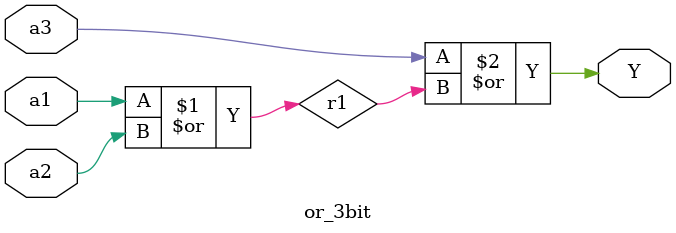
<source format=v>
module or_3bit (output Y, input a1, input a2, input a3);
	wire r1;
	or or1(r1, a1, a2);
	or or2(Y, a3, r1);
endmodule
</source>
